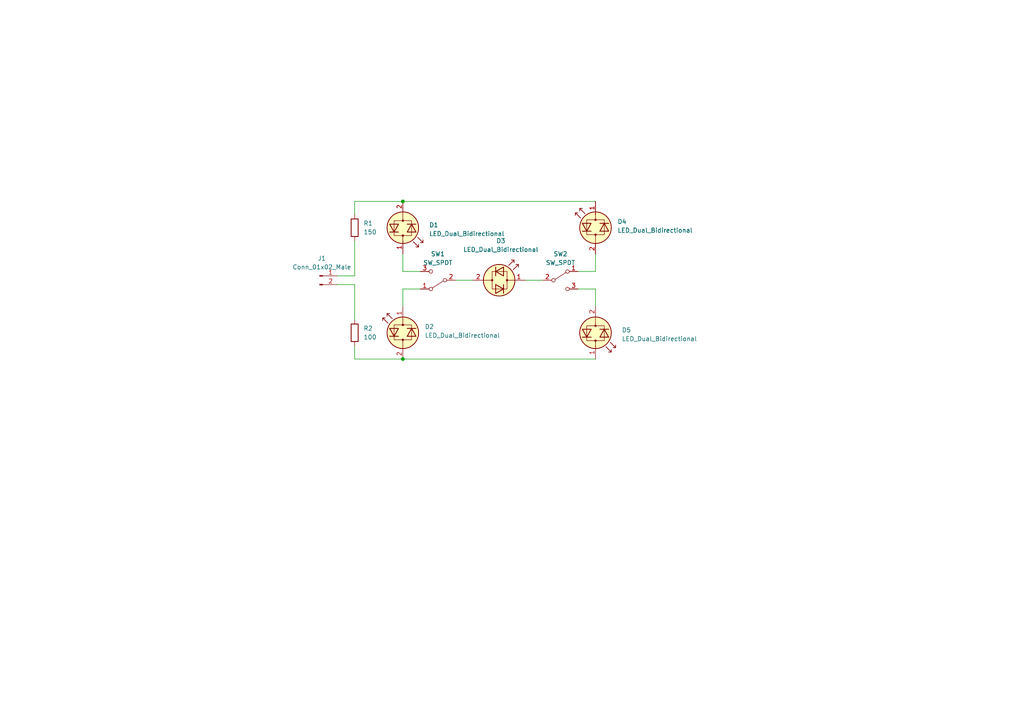
<source format=kicad_sch>
(kicad_sch (version 20211123) (generator eeschema)
  (paper "A4")
  (lib_symbols
    (symbol "Connector:Conn_01x02_Male" (pin_names (offset 1.016) hide)
      (property "Reference" "J" (at 0 2.54 0))
      (property "Value" "Conn_01x02_Male" (at 0 -5.08 0))
      (symbol "Conn_01x02_Male_1_1"
        (polyline (pts (xy 1.27 -2.54) (xy 0.8636 -2.54)) (stroke (width 0.1524)))
        (polyline (pts (xy 1.27 0) (xy 0.8636 0)) (stroke (width 0.1524)))
        (rectangle (start 0.8636 -2.413) (end 0 -2.667) (stroke (width 0.1524)) (fill (type outline)))
        (rectangle (start 0.8636 0.127) (end 0 -0.127) (stroke (width 0.1524)) (fill (type outline)))
        (pin passive line (at 5.08 0 180) (length 3.81) (name "Pin_1") (number "1"))
        (pin passive line (at 5.08 -2.54 180) (length 3.81) (name "Pin_2") (number "2"))
      )
    )
    (symbol "Device:LED_Dual_Bidirectional" (pin_names (offset 0) hide)
      (property "Reference" "D" (at 0 5.715 0))
      (property "Value" "LED_Dual_Bidirectional" (at 0 -6.35 0))
      (symbol "LED_Dual_Bidirectional_0_1"
        (circle (center -2.032 0) (radius 0.254) (fill (type outline)))
        (polyline (pts (xy -4.572 0) (xy -2.54 0)))
        (polyline (pts (xy -2.032 0) (xy -2.54 0)))
        (polyline (pts (xy -1.016 3.81) (xy -1.016 1.27)) (stroke (width 0.254)))
        (polyline (pts (xy 1.27 -1.27) (xy 1.27 -3.81)) (stroke (width 0.254)))
        (polyline (pts (xy 4.064 0) (xy 2.286 0)) (fill (type outline)))
        (polyline (pts (xy 4.318 5.842) (xy 4.318 5.08)) (stroke (width 0.2032)))
        (polyline (pts (xy 5.588 4.572) (xy 5.588 3.81)) (stroke (width 0.2032)))
        (polyline (pts (xy 2.794 4.318) (xy 4.318 5.842) (xy 3.556 5.842)) (stroke (width 0.2032)))
        (polyline (pts (xy 4.064 3.048) (xy 5.588 4.572) (xy 4.826 4.572)) (stroke (width 0.2032)))
        (polyline (pts (xy -1.016 -1.27) (xy -1.016 -3.81) (xy 1.27 -2.54) (xy -1.016 -1.27)) (stroke (width 0.254)))
        (polyline (pts (xy 1.27 3.81) (xy 1.27 1.27) (xy -1.016 2.54) (xy 1.27 3.81)) (stroke (width 0.254)))
        (polyline (pts (xy 2.286 2.54) (xy -2.032 2.54) (xy -2.032 -2.54) (xy 2.286 -2.54) (xy 2.286 2.54)))
        (circle (center 0 0) (radius 4.572) (stroke (width 0.254)) (fill (type background)))
        (circle (center 2.286 0) (radius 0.254) (fill (type outline)))
      )
      (symbol "LED_Dual_Bidirectional_1_1"
        (pin input line (at 7.62 0 180) (length 3.81) (name "KA") (number "1"))
        (pin input line (at -7.62 0 0) (length 3.048) (name "AK") (number "2"))
      )
    )
    (symbol "Device:R" (pin_numbers hide) (pin_names (offset 0))
      (property "Reference" "R" (at 2.032 0 90))
      (property "Value" "R" (at 0 0 90))
      (symbol "R_0_1"
        (rectangle (start -1.016 -2.54) (end 1.016 2.54) (stroke (width 0.254)))
      )
      (symbol "R_1_1"
        (pin passive line (at 0 3.81 270) (length 1.27) (name "~") (number "1"))
        (pin passive line (at 0 -3.81 90) (length 1.27) (name "~") (number "2"))
      )
    )
    (symbol "Switch:SW_SPDT" (pin_names (offset 0) hide)
      (property "Reference" "SW" (at 0 4.318 0))
      (property "Value" "SW_SPDT" (at 0 -5.08 0))
      (symbol "SW_SPDT_0_0"
        (circle (center -2.032 0) (radius 0.508))
        (circle (center 2.032 -2.54) (radius 0.508))
      )
      (symbol "SW_SPDT_0_1"
        (polyline (pts (xy -1.524 0.254) (xy 1.651 2.286)))
        (circle (center 2.032 2.54) (radius 0.508))
      )
      (symbol "SW_SPDT_1_1"
        (pin passive line (at 5.08 2.54 180) (length 2.54) (name "A") (number "1"))
        (pin passive line (at -5.08 0 0) (length 2.54) (name "B") (number "2"))
        (pin passive line (at 5.08 -2.54 180) (length 2.54) (name "C") (number "3"))
      )
    )
  )
  (junction (at 116.84 104.14))
  (junction (at 116.84 58.42))
  (wire (pts (xy 102.87 58.42) (xy 116.84 58.42)))
  (wire (pts (xy 116.84 78.74) (xy 116.84 73.66)))
  (wire (pts (xy 167.64 83.82) (xy 172.72 83.82)))
  (wire (pts (xy 116.84 83.82) (xy 116.84 88.9)))
  (wire (pts (xy 121.92 83.82) (xy 116.84 83.82)))
  (wire (pts (xy 102.87 82.55) (xy 102.87 92.71)))
  (wire (pts (xy 167.64 78.74) (xy 172.72 78.74)))
  (wire (pts (xy 116.84 104.14) (xy 172.72 104.14)))
  (wire (pts (xy 116.84 58.42) (xy 172.72 58.42)))
  (wire (pts (xy 172.72 78.74) (xy 172.72 73.66)))
  (wire (pts (xy 102.87 69.85) (xy 102.87 80.01)))
  (wire (pts (xy 132.08 81.28) (xy 137.16 81.28)))
  (wire (pts (xy 172.72 83.82) (xy 172.72 88.9)))
  (wire (pts (xy 102.87 58.42) (xy 102.87 62.23)))
  (wire (pts (xy 97.79 82.55) (xy 102.87 82.55)))
  (wire (pts (xy 152.4 81.28) (xy 157.48 81.28)))
  (wire (pts (xy 97.79 80.01) (xy 102.87 80.01)))
  (wire (pts (xy 102.87 100.33) (xy 102.87 104.14)))
  (wire (pts (xy 102.87 104.14) (xy 116.84 104.14)))
  (wire (pts (xy 121.92 78.74) (xy 116.84 78.74)))
  (symbol (lib_id "Device:LED_Dual_Bidirectional") (at 116.84 96.52 90) (unit 1)
    (property "Reference" "D2" (at 123.19 94.7546 90) (effects (justify right)))
    (property "Value" "LED_Dual_Bidirectional" (at 123.19 97.2946 90) (effects (justify right)))
    (property "Footprint" "LED_THT:LED_D4.0mm" (effects hide))
  )
  (symbol (lib_id "Device:LED_Dual_Bidirectional") (at 172.72 96.52 270) (unit 1)
    (property "Reference" "D5" (at 180.34 95.7452 90) (effects (justify left)))
    (property "Value" "LED_Dual_Bidirectional" (at 180.34 98.2852 90) (effects (justify left)))
    (property "Footprint" "LED_THT:LED_D4.0mm" (effects hide))
  )
  (symbol (lib_id "Device:LED_Dual_Bidirectional") (at 172.72 66.04 90) (unit 1)
    (property "Reference" "D4" (at 179.07 64.2746 90) (effects (justify right)))
    (property "Value" "LED_Dual_Bidirectional" (at 179.07 66.8146 90) (effects (justify right)))
    (property "Footprint" "LED_THT:LED_D4.0mm" (effects hide))
  )
  (symbol (lib_id "Device:R") (at 102.87 96.52 180) (unit 1)
    (property "Reference" "R2" (at 105.41 95.2499 0) (effects (justify right)))
    (property "Value" "100" (at 105.41 97.7899 0) (effects (justify right)))
    (property "Footprint" "Resistor_THT:R_Axial_DIN0207_L6.3mm_D2.5mm_P10.16mm_Horizontal" (effects hide))
  )
  (symbol (lib_id "Switch:SW_SPDT") (at 127 81.28 180) (unit 1)
    (property "Reference" "SW1" (at 127 73.66 0))
    (property "Value" "SW_SPDT" (at 127 76.2 0))
    (property "Footprint" "Button_Switch_THT:SW_Slide_1P2T_CK_OS102011MS2Q" (effects hide))
  )
  (symbol (lib_id "Device:LED_Dual_Bidirectional") (at 116.84 66.04 270) (unit 1)
    (property "Reference" "D1" (at 124.46 65.2652 90) (effects (justify left)))
    (property "Value" "LED_Dual_Bidirectional" (at 124.46 67.8052 90) (effects (justify left)))
    (property "Footprint" "LED_THT:LED_D4.0mm" (effects hide))
  )
  (symbol (lib_id "Connector:Conn_01x02_Male") (at 92.71 80.01 0) (unit 1)
    (property "Reference" "J1" (at 93.345 74.93 0))
    (property "Value" "Conn_01x02_Male" (at 93.345 77.47 0))
    (property "Footprint" "Connector_Phoenix_MC:PhoenixContact_MCV_1,5_2-G-3.5_1x02_P3.50mm_Vertical" (effects hide))
  )
  (symbol (lib_id "Switch:SW_SPDT") (at 162.56 81.28 0) (unit 1)
    (property "Reference" "SW2" (at 162.56 73.66 0))
    (property "Value" "SW_SPDT" (at 162.56 76.2 0))
    (property "Footprint" "Button_Switch_THT:SW_Slide_1P2T_CK_OS102011MS2Q" (effects hide))
  )
  (symbol (lib_id "Device:R") (at 102.87 66.04 180) (unit 1)
    (property "Reference" "R1" (at 105.41 64.7699 0) (effects (justify right)))
    (property "Value" "150" (at 105.41 67.3099 0) (effects (justify right)))
    (property "Footprint" "Resistor_THT:R_Axial_DIN0207_L6.3mm_D2.5mm_P10.16mm_Horizontal" (effects hide))
  )
  (symbol (lib_id "Device:LED_Dual_Bidirectional") (at 144.78 81.28 0) (unit 1)
    (property "Reference" "D3" (at 145.2753 69.85 0))
    (property "Value" "LED_Dual_Bidirectional" (at 145.2753 72.39 0))
    (property "Footprint" "LED_THT:LED_D4.0mm" (effects hide))
  )
)
</source>
